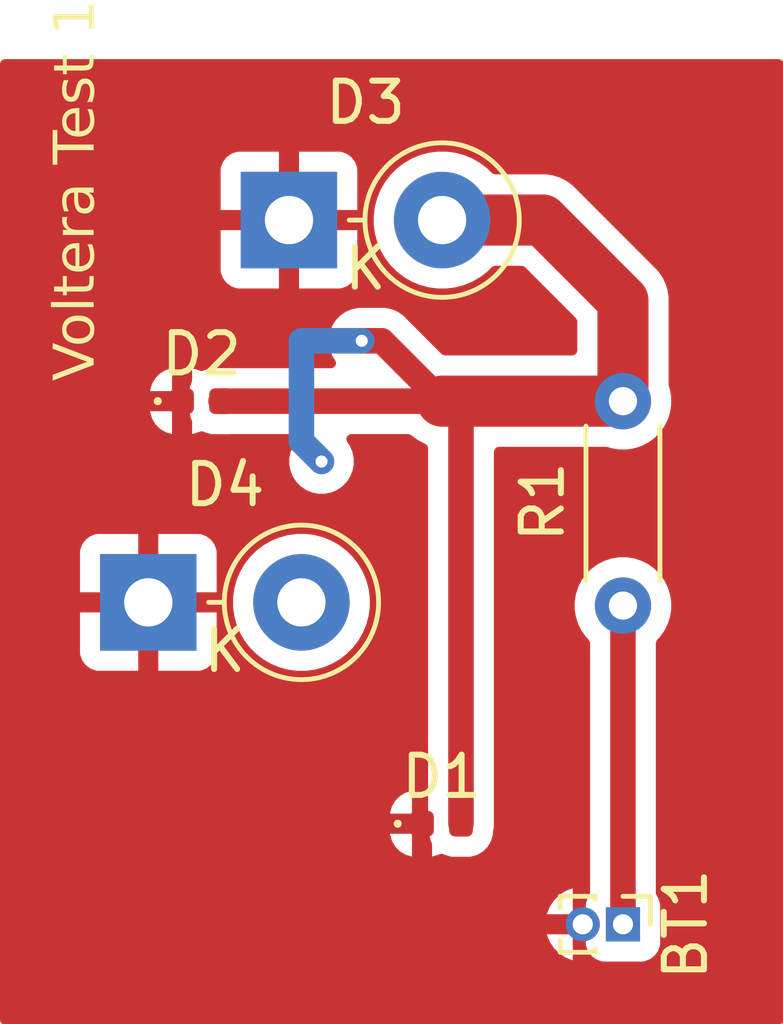
<source format=kicad_pcb>
(kicad_pcb (version 20241229) (generator "pcbnew") (generator_version "9.0")
  (layers (0 "F.Cu" signal) (2 "B.Cu" signal) (13 "F.Paste" user) (15 "B.Paste" user) (5 "F.SilkS" user "F.Silkscreen") (7 "B.SilkS" user "B.Silkscreen") (1 "F.Mask" user) (3 "B.Mask" user) (25 "Edge.Cuts" user))
  (net 0 "")
  (net 1 "Net-(BT1-+)")
  (net 2 "GND")
  (net 3 "Net-(D1-A)")
  (footprint "Resistor_THT:R_Axial_DIN0204_L3.6mm_D1.6mm_P5.08mm_Horizontal" (layer "F.Cu") (at 131 98.5 -90)
    (property "Reference" "R1" (at 2.5 2 90) (layer "F.SilkS"))
    (property "Value" "50ohm")
    (fp_line (start 0.62 0.92) (end 4.46 0.92) (stroke (width 0.12)) (layer "F.SilkS"))
    (fp_line (start 0.62 -0.92) (end 4.46 -0.92) (stroke (width 0.12)) (layer "F.SilkS"))
    (pad "1" thru_hole circle (at 0 0 270) (size 1.4 1.4) (drill 0.7) (layers "*.Cu" "*.Mask") (net 3 "Net-(D1-A)"))
    (pad "2" thru_hole oval (at 5.08 0 270) (size 1.4 1.4) (drill 0.7) (layers "*.Cu" "*.Mask") (net 1 "Net-(BT1-+)"))
  )
  (footprint "Diode_THT:D_DO-15_P3.81mm_Vertical_KathodeUp" (layer "F.Cu") (at 122.69 94)
    (property "Reference" "D3" (at 1.905 -2.92 0) (layer "F.SilkS"))
    (property "Value" "D")
    (fp_line (start 1.89 0) (end 1.5 0) (stroke (width 0.12)) (layer "F.SilkS"))
    (fp_circle (center 3.81 0) (end 5.73 0) (stroke (width 0.12)) (fill no) (layer "F.SilkS"))
    (fp_text user "K" (at 1.9 1.2 0) (layer "F.SilkS"))
    (pad "1" thru_hole rect (at 0 0) (size 2.4 2.4) (drill 1.2) (layers "*.Cu" "*.Mask") (net 2 "GND"))
    (pad "2" thru_hole oval (at 3.81 0) (size 2.4 2.4) (drill 1.2) (layers "*.Cu" "*.Mask") (net 3 "Net-(D1-A)"))
  )
  (footprint "UWNRG:Logo_F_Mask" (layer "F.Cu") (at 121 112.5)
    (property "Reference" "G***" (hide yes))
    (property "Value" "LOGO" (hide yes))
  )
  (footprint "Diode_THT:D_DO-15_P3.81mm_Vertical_KathodeUp" (layer "F.Cu") (at 119.19 103.5)
    (property "Reference" "D4" (at 1.905 -2.92 0) (layer "F.SilkS"))
    (property "Value" "D")
    (fp_line (start 1.89 0) (end 1.5 0) (stroke (width 0.12)) (layer "F.SilkS"))
    (fp_circle (center 3.81 0) (end 5.73 0) (stroke (width 0.12)) (fill no) (layer "F.SilkS"))
    (fp_text user "K" (at 1.9 1.2 0) (layer "F.SilkS"))
    (pad "1" thru_hole rect (at 0 0) (size 2.4 2.4) (drill 1.2) (layers "*.Cu" "*.Mask") (net 2 "GND"))
    (pad "2" thru_hole oval (at 3.81 0) (size 2.4 2.4) (drill 1.2) (layers "*.Cu" "*.Mask") (net 3 "Net-(D1-A)"))
  )
  (footprint "Diode_SMD:D_0402_1005Metric" (layer "F.Cu") (at 126.485 109)
    (property "Reference" "D1" (at 0 -1.17 0) (layer "F.SilkS"))
    (property "Value" "D")
    (fp_circle (center -1.09 0) (end -1.04 0) (stroke (width 0.1)) (fill no) (layer "F.SilkS"))
    (pad "1" smd roundrect (at -0.485 0) (size 0.59 0.64) (layers "F.Cu" "F.Mask" "F.Paste") (net 2 "GND"))
    (pad "2" smd roundrect (at 0.485 0) (size 0.59 0.64) (layers "F.Cu" "F.Mask" "F.Paste") (net 3 "Net-(D1-A)"))
  )
  (footprint "Diode_SMD:D_0402_1005Metric" (layer "F.Cu") (at 120.515 98.5)
    (property "Reference" "D2" (at 0 -1.17 0) (layer "F.SilkS"))
    (property "Value" "D")
    (fp_circle (center -1.09 0) (end -1.04 0) (stroke (width 0.1)) (fill no) (layer "F.SilkS"))
    (pad "1" smd roundrect (at -0.485 0) (size 0.59 0.64) (layers "F.Cu" "F.Mask" "F.Paste") (net 2 "GND"))
    (pad "2" smd roundrect (at 0.485 0) (size 0.59 0.64) (layers "F.Cu" "F.Mask" "F.Paste") (net 3 "Net-(D1-A)"))
  )
  (footprint "Connector_PinHeader_1.00mm:PinHeader_1x02_P1.00mm_Vertical" (layer "F.Cu") (at 131 111.5 -90)
    (property "Reference" "BT1" (at 0 -1.56 90) (layer "F.SilkS"))
    (property "Value" "3V")
    (fp_line (start -0.695 1.56) (end -0.394493 1.56) (stroke (width 0.12)) (layer "F.SilkS"))
    (fp_line (start 0.394493 1.56) (end 0.695 1.56) (stroke (width 0.12)) (layer "F.SilkS"))
    (fp_line (start -0.695 0.685) (end -0.695 1.56) (stroke (width 0.12)) (layer "F.SilkS"))
    (fp_line (start -0.695 0.685) (end -0.608276 0.685) (stroke (width 0.12)) (layer "F.SilkS"))
    (fp_line (start 0.608276 0.685) (end 0.695 0.685) (stroke (width 0.12)) (layer "F.SilkS"))
    (fp_line (start 0.695 0.685) (end 0.695 1.56) (stroke (width 0.12)) (layer "F.SilkS"))
    (fp_line (start -0.695 0) (end -0.695 -0.685) (stroke (width 0.12)) (layer "F.SilkS"))
    (fp_line (start -0.695 -0.685) (end 0 -0.685) (stroke (width 0.12)) (layer "F.SilkS"))
    (pad "1" thru_hole rect (at 0 0 270) (size 0.85 0.85) (drill 0.5) (layers "*.Cu" "*.Mask") (net 1 "Net-(BT1-+)"))
    (pad "2" thru_hole oval (at 0 1 270) (size 0.85 0.85) (drill 0.5) (layers "*.Cu" "*.Mask") (net 2 "GND"))
  )
  (gr_text "Voltera Test 1" (at 118 98 90) (layer "F.SilkS") (effects (font (size 1 1) (thickness 0.1)) (justify left bottom)))
  (segment (start 131 103.58) (end 131 111.5) (width 0.635) (layer "F.Cu") (net 1))
  (segment (start 131 98.5) (end 131 96) (width 1.27) (layer "F.Cu") (net 3))
  (segment (start 126.5 98.5) (end 125 97) (width 0.635) (layer "F.Cu") (net 3))
  (segment (start 126.97 98.97) (end 126.5 98.5) (width 0.635) (layer "F.Cu") (net 3))
  (segment (start 126.97 109) (end 126.97 98.97) (width 0.635) (layer "F.Cu") (net 3))
  (segment (start 125 97) (end 124.5 97) (width 0.635) (layer "F.Cu") (net 3))
  (segment (start 131 96) (end 129 94) (width 1.27) (layer "F.Cu") (net 3))
  (segment (start 121 98.5) (end 126.5 98.5) (width 0.635) (layer "F.Cu") (net 3))
  (segment (start 131 98.5) (end 126.5 98.5) (width 1.27) (layer "F.Cu") (net 3))
  (segment (start 129 94) (end 126.5 94) (width 1.27) (layer "F.Cu") (net 3))
  (via (at 123.5 100) (size 0.6) (drill 0.3) (layers "F.Cu" "B.Cu") (net 3))
  (via (at 124.5 97) (size 0.6) (drill 0.3) (layers "F.Cu" "B.Cu") (net 3))
  (segment (start 123 99.5) (end 123.5 100) (width 0.635) (layer "B.Cu") (net 3))
  (segment (start 124.5 97) (end 123 97) (width 0.635) (layer "B.Cu") (net 3))
  (segment (start 123 97) (end 123 99.5) (width 0.635) (layer "B.Cu") (net 3))
  (zone (net 2) (net_name "GND") (layer "F.Cu") (connect_pads (clearance 0.5)) (min_thickness 0.25) (fill yes (thermal_gap 0.5) (thermal_bridge_width 0.5))
    (polygon (pts (xy 115.5 90) (xy 135 90) (xy 135 114) (xy 115.5 114)))
  )
)
</source>
